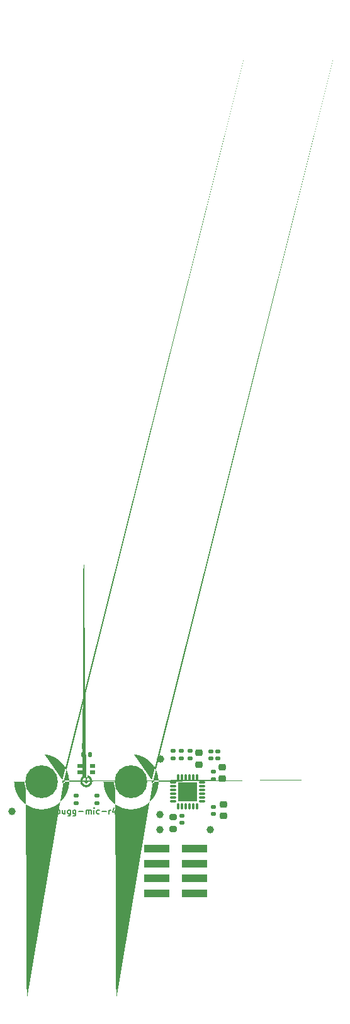
<source format=gbr>
%TF.GenerationSoftware,KiCad,Pcbnew,6.99.0-1.20221101gitf80c150.fc36*%
%TF.CreationDate,2022-11-28T17:43:38+00:00*%
%TF.ProjectId,bugg-mic-r4,62756767-2d6d-4696-932d-72342e6b6963,rev?*%
%TF.SameCoordinates,Original*%
%TF.FileFunction,Soldermask,Top*%
%TF.FilePolarity,Negative*%
%FSLAX46Y46*%
G04 Gerber Fmt 4.6, Leading zero omitted, Abs format (unit mm)*
G04 Created by KiCad (PCBNEW 6.99.0-1.20221101gitf80c150.fc36) date 2022-11-28 17:43:38*
%MOMM*%
%LPD*%
G01*
G04 APERTURE LIST*
G04 Aperture macros list*
%AMRoundRect*
0 Rectangle with rounded corners*
0 $1 Rounding radius*
0 $2 $3 $4 $5 $6 $7 $8 $9 X,Y pos of 4 corners*
0 Add a 4 corners polygon primitive as box body*
4,1,4,$2,$3,$4,$5,$6,$7,$8,$9,$2,$3,0*
0 Add four circle primitives for the rounded corners*
1,1,$1+$1,$2,$3*
1,1,$1+$1,$4,$5*
1,1,$1+$1,$6,$7*
1,1,$1+$1,$8,$9*
0 Add four rect primitives between the rounded corners*
20,1,$1+$1,$2,$3,$4,$5,0*
20,1,$1+$1,$4,$5,$6,$7,0*
20,1,$1+$1,$6,$7,$8,$9,0*
20,1,$1+$1,$8,$9,$2,$3,0*%
%AMFreePoly0*
4,1,111,-2.563245,3.679731,-2.180727,3.619146,-1.806637,3.518909,-1.445074,3.380118,-1.100000,3.204294,-0.775195,2.993363,-0.474217,2.749636,-0.200364,2.475783,0.043363,2.174805,0.254294,1.850000,0.430118,1.504926,0.568909,1.143363,0.669146,0.769273,0.729731,0.386755,0.750000,0.000000,0.729731,-0.386755,0.669146,-0.769273,0.568909,-1.143363,0.430118,-1.504926,0.254294,-1.850000,
0.043363,-2.174805,-0.200364,-2.475783,-0.474217,-2.749636,-0.775195,-2.993363,-1.100000,-3.204294,-1.445074,-3.380118,-1.806637,-3.518909,-2.180727,-3.619146,-2.563245,-3.679731,-2.950000,-3.700000,-3.336755,-3.679731,-3.719273,-3.619146,-4.093363,-3.518909,-4.454926,-3.380118,-4.800000,-3.204294,-5.124805,-2.993363,-5.425783,-2.749636,-5.699636,-2.475783,-5.943363,-2.174805,-6.154294,-1.850000,
-6.330118,-1.504926,-6.468909,-1.143363,-6.569146,-0.769273,-6.629731,-0.386755,-6.650000,0.000000,-5.254935,0.000000,-5.235216,-0.300854,-5.176396,-0.596561,-5.079482,-0.882060,-4.946132,-1.152468,-4.778628,-1.403156,-4.579835,-1.629835,-4.353156,-1.828628,-4.102468,-1.996132,-3.832060,-2.129482,-3.546561,-2.226396,-3.250854,-2.285216,-2.950000,-2.304935,-2.649146,-2.285216,-2.353439,-2.226396,
-2.067940,-2.129482,-1.797532,-1.996132,-1.546844,-1.828628,-1.320165,-1.629835,-1.121372,-1.403156,-0.953868,-1.152468,-0.820518,-0.882060,-0.723604,-0.596561,-0.664784,-0.300854,-0.645065,0.000000,-0.664784,0.300854,-0.723604,0.596561,-0.820518,0.882060,-0.953868,1.152467,-1.121372,1.403156,-1.320165,1.629835,-1.546844,1.828628,-1.797532,1.996132,-2.067940,2.129482,-2.353439,2.226396,
-2.649146,2.285216,-2.950000,2.304935,-3.250854,2.285216,-3.546561,2.226396,-3.832060,2.129482,-4.102467,1.996132,-4.353156,1.828628,-4.579835,1.629835,-4.778628,1.403156,-4.946132,1.152467,-5.079482,0.882060,-5.176396,0.596561,-5.235216,0.300854,-5.254935,0.000000,-6.650000,0.000000,-6.629731,0.386755,-6.569146,0.769273,-6.468909,1.143363,-6.330118,1.504926,-6.154294,1.850000,
-5.943363,2.174805,-5.699636,2.475783,-5.425783,2.749636,-5.124805,2.993363,-4.800000,3.204294,-4.454926,3.380118,-4.093363,3.518909,-3.719273,3.619146,-3.336755,3.679731,-2.950000,3.700000,-2.563245,3.679731,-2.563245,3.679731,$1*%
%AMFreePoly1*
4,1,53,0.180798,1.454629,0.352531,1.394537,0.506585,1.297738,0.635238,1.169085,0.732037,1.015031,0.792129,0.843298,0.812500,0.662500,0.792129,0.481702,0.732037,0.309969,0.635238,0.155915,0.506585,0.027262,0.352531,-0.069537,0.180798,-0.129629,0.000000,-0.150000,-0.180798,-0.129629,-0.352531,-0.069537,-0.506585,0.027262,-0.635238,0.155915,-0.732037,0.309969,-0.792129,0.481702,
-0.812500,0.662500,-0.517770,0.662500,-0.496797,0.516627,-0.435576,0.382572,-0.339067,0.271196,-0.215089,0.191520,-0.073686,0.150000,0.073686,0.150000,0.215089,0.191520,0.339067,0.271196,0.435576,0.382572,0.496797,0.516627,0.517770,0.662500,0.496797,0.808373,0.435576,0.942428,0.339067,1.053804,0.215089,1.133480,0.073686,1.175000,-0.073686,1.175000,-0.215089,1.133480,
-0.339067,1.053804,-0.435576,0.942428,-0.496797,0.808373,-0.517770,0.662500,-0.812500,0.662500,-0.792129,0.843298,-0.732037,1.015031,-0.635238,1.169085,-0.506585,1.297738,-0.352531,1.394537,-0.180798,1.454629,0.000000,1.475000,0.180798,1.454629,0.180798,1.454629,$1*%
G04 Aperture macros list end*
%ADD10C,0.150000*%
%ADD11RoundRect,0.140000X-0.170000X0.140000X-0.170000X-0.140000X0.170000X-0.140000X0.170000X0.140000X0*%
%ADD12C,1.000000*%
%ADD13RoundRect,0.225000X-0.250000X0.225000X-0.250000X-0.225000X0.250000X-0.225000X0.250000X0.225000X0*%
%ADD14RoundRect,0.140000X0.170000X-0.140000X0.170000X0.140000X-0.170000X0.140000X-0.170000X-0.140000X0*%
%ADD15C,4.400000*%
%ADD16FreePoly0,0.000000*%
%ADD17RoundRect,0.135000X-0.185000X0.135000X-0.185000X-0.135000X0.185000X-0.135000X0.185000X0.135000X0*%
%ADD18R,3.500000X1.000000*%
%ADD19RoundRect,0.075000X-0.075000X0.350000X-0.075000X-0.350000X0.075000X-0.350000X0.075000X0.350000X0*%
%ADD20RoundRect,0.075000X-0.350000X0.075000X-0.350000X-0.075000X0.350000X-0.075000X0.350000X0.075000X0*%
%ADD21R,2.650000X2.650000*%
%ADD22C,0.500000*%
%ADD23R,0.725000X0.522000*%
%ADD24FreePoly1,0.000000*%
%ADD25RoundRect,0.200000X-0.275000X0.200000X-0.275000X-0.200000X0.275000X-0.200000X0.275000X0.200000X0*%
%ADD26RoundRect,0.140000X0.140000X0.170000X-0.140000X0.170000X-0.140000X-0.170000X0.140000X-0.170000X0*%
G04 APERTURE END LIST*
D10*
X-3942857Y-4343904D02*
X-3942857Y-3543904D01*
X-3942857Y-3848666D02*
X-3866667Y-3810571D01*
X-3866667Y-3810571D02*
X-3714286Y-3810571D01*
X-3714286Y-3810571D02*
X-3638095Y-3848666D01*
X-3638095Y-3848666D02*
X-3600000Y-3886761D01*
X-3600000Y-3886761D02*
X-3561905Y-3962952D01*
X-3561905Y-3962952D02*
X-3561905Y-4191523D01*
X-3561905Y-4191523D02*
X-3600000Y-4267714D01*
X-3600000Y-4267714D02*
X-3638095Y-4305809D01*
X-3638095Y-4305809D02*
X-3714286Y-4343904D01*
X-3714286Y-4343904D02*
X-3866667Y-4343904D01*
X-3866667Y-4343904D02*
X-3942857Y-4305809D01*
X-2876190Y-3810571D02*
X-2876190Y-4343904D01*
X-3219047Y-3810571D02*
X-3219047Y-4229619D01*
X-3219047Y-4229619D02*
X-3180952Y-4305809D01*
X-3180952Y-4305809D02*
X-3104762Y-4343904D01*
X-3104762Y-4343904D02*
X-2990476Y-4343904D01*
X-2990476Y-4343904D02*
X-2914285Y-4305809D01*
X-2914285Y-4305809D02*
X-2876190Y-4267714D01*
X-2152380Y-3810571D02*
X-2152380Y-4458190D01*
X-2152380Y-4458190D02*
X-2190475Y-4534380D01*
X-2190475Y-4534380D02*
X-2228571Y-4572476D01*
X-2228571Y-4572476D02*
X-2304761Y-4610571D01*
X-2304761Y-4610571D02*
X-2419047Y-4610571D01*
X-2419047Y-4610571D02*
X-2495237Y-4572476D01*
X-2152380Y-4305809D02*
X-2228571Y-4343904D01*
X-2228571Y-4343904D02*
X-2380952Y-4343904D01*
X-2380952Y-4343904D02*
X-2457142Y-4305809D01*
X-2457142Y-4305809D02*
X-2495237Y-4267714D01*
X-2495237Y-4267714D02*
X-2533333Y-4191523D01*
X-2533333Y-4191523D02*
X-2533333Y-3962952D01*
X-2533333Y-3962952D02*
X-2495237Y-3886761D01*
X-2495237Y-3886761D02*
X-2457142Y-3848666D01*
X-2457142Y-3848666D02*
X-2380952Y-3810571D01*
X-2380952Y-3810571D02*
X-2228571Y-3810571D01*
X-2228571Y-3810571D02*
X-2152380Y-3848666D01*
X-1428570Y-3810571D02*
X-1428570Y-4458190D01*
X-1428570Y-4458190D02*
X-1466665Y-4534380D01*
X-1466665Y-4534380D02*
X-1504761Y-4572476D01*
X-1504761Y-4572476D02*
X-1580951Y-4610571D01*
X-1580951Y-4610571D02*
X-1695237Y-4610571D01*
X-1695237Y-4610571D02*
X-1771427Y-4572476D01*
X-1428570Y-4305809D02*
X-1504761Y-4343904D01*
X-1504761Y-4343904D02*
X-1657142Y-4343904D01*
X-1657142Y-4343904D02*
X-1733332Y-4305809D01*
X-1733332Y-4305809D02*
X-1771427Y-4267714D01*
X-1771427Y-4267714D02*
X-1809523Y-4191523D01*
X-1809523Y-4191523D02*
X-1809523Y-3962952D01*
X-1809523Y-3962952D02*
X-1771427Y-3886761D01*
X-1771427Y-3886761D02*
X-1733332Y-3848666D01*
X-1733332Y-3848666D02*
X-1657142Y-3810571D01*
X-1657142Y-3810571D02*
X-1504761Y-3810571D01*
X-1504761Y-3810571D02*
X-1428570Y-3848666D01*
X-1047617Y-4039142D02*
X-438094Y-4039142D01*
X-57141Y-4343904D02*
X-57141Y-3810571D01*
X-57141Y-3886761D02*
X-19046Y-3848666D01*
X-19046Y-3848666D02*
X57143Y-3810571D01*
X57143Y-3810571D02*
X171429Y-3810571D01*
X171429Y-3810571D02*
X247620Y-3848666D01*
X247620Y-3848666D02*
X285715Y-3924857D01*
X285715Y-3924857D02*
X285715Y-4343904D01*
X285715Y-3924857D02*
X323810Y-3848666D01*
X323810Y-3848666D02*
X400001Y-3810571D01*
X400001Y-3810571D02*
X514286Y-3810571D01*
X514286Y-3810571D02*
X590477Y-3848666D01*
X590477Y-3848666D02*
X628572Y-3924857D01*
X628572Y-3924857D02*
X628572Y-4343904D01*
X1009525Y-4343904D02*
X1009525Y-3810571D01*
X1009525Y-3543904D02*
X971429Y-3582000D01*
X971429Y-3582000D02*
X1009525Y-3620095D01*
X1009525Y-3620095D02*
X1047620Y-3582000D01*
X1047620Y-3582000D02*
X1009525Y-3543904D01*
X1009525Y-3543904D02*
X1009525Y-3620095D01*
X1733334Y-4305809D02*
X1657143Y-4343904D01*
X1657143Y-4343904D02*
X1504762Y-4343904D01*
X1504762Y-4343904D02*
X1428572Y-4305809D01*
X1428572Y-4305809D02*
X1390477Y-4267714D01*
X1390477Y-4267714D02*
X1352381Y-4191523D01*
X1352381Y-4191523D02*
X1352381Y-3962952D01*
X1352381Y-3962952D02*
X1390477Y-3886761D01*
X1390477Y-3886761D02*
X1428572Y-3848666D01*
X1428572Y-3848666D02*
X1504762Y-3810571D01*
X1504762Y-3810571D02*
X1657143Y-3810571D01*
X1657143Y-3810571D02*
X1733334Y-3848666D01*
X2076191Y-4039142D02*
X2685715Y-4039142D01*
X3066667Y-4343904D02*
X3066667Y-3810571D01*
X3066667Y-3962952D02*
X3104762Y-3886761D01*
X3104762Y-3886761D02*
X3142857Y-3848666D01*
X3142857Y-3848666D02*
X3219048Y-3810571D01*
X3219048Y-3810571D02*
X3295238Y-3810571D01*
X3904762Y-3810571D02*
X3904762Y-4343904D01*
X3714286Y-3505809D02*
X3523809Y-4077238D01*
X3523809Y-4077238D02*
X4019048Y-4077238D01*
D11*
%TO.C,C303*%
X12800000Y4080000D03*
X12800000Y3120000D03*
%TD*%
%TO.C,C309*%
X17100000Y1305000D03*
X17100000Y345000D03*
%TD*%
D12*
%TO.C,TP303*%
X16660284Y-6485377D03*
%TD*%
D13*
%TO.C,C304*%
X15160000Y3835000D03*
X15160000Y2285000D03*
%TD*%
D11*
%TO.C,C311*%
X17050000Y-3420000D03*
X17050000Y-4380000D03*
%TD*%
D12*
%TO.C,TP302*%
X9900000Y-6500000D03*
%TD*%
D13*
%TO.C,C310*%
X18400000Y-3075000D03*
X18400000Y-4625000D03*
%TD*%
D14*
%TO.C,C312*%
X12850000Y-5530000D03*
X12850000Y-4570000D03*
%TD*%
D11*
%TO.C,C307*%
X16760000Y4065000D03*
X16760000Y3105000D03*
%TD*%
D15*
%TO.C,SP302*%
X6000000Y0D03*
D16*
X8950000Y0D03*
%TD*%
D17*
%TO.C,R302*%
X1400000Y-1890000D03*
X1400000Y-2910000D03*
%TD*%
D18*
%TO.C,J301*%
X9499999Y-8999999D03*
X14499999Y-8999999D03*
X9499999Y-10999999D03*
X14499999Y-10999999D03*
X9499999Y-12999999D03*
X14499999Y-12999999D03*
X9499999Y-14999999D03*
X14499999Y-14999999D03*
%TD*%
D17*
%TO.C,R301*%
X-1350000Y-1890000D03*
X-1350000Y-2910000D03*
%TD*%
D19*
%TO.C,U301*%
X14850000Y550000D03*
X14350000Y550000D03*
X13850000Y550000D03*
X13350000Y550000D03*
X12850000Y550000D03*
X12350000Y550000D03*
D20*
X11650000Y-150000D03*
X11650000Y-650000D03*
X11650000Y-1150000D03*
X11650000Y-1650000D03*
X11650000Y-2150000D03*
X11650000Y-2650000D03*
D19*
X12350000Y-3350000D03*
X12850000Y-3350000D03*
X13350000Y-3350000D03*
X13850000Y-3350000D03*
X14350000Y-3350000D03*
X14850000Y-3350000D03*
D20*
X15550000Y-2650000D03*
X15550000Y-2150000D03*
X15550000Y-1650000D03*
X15550000Y-1150000D03*
X15550000Y-650000D03*
X15550000Y-150000D03*
D21*
X13599999Y-1399999D03*
%TD*%
D15*
%TO.C,SP301*%
X-6000000Y0D03*
D16*
X-3050000Y0D03*
%TD*%
D11*
%TO.C,C306*%
X17700000Y4065000D03*
X17700000Y3105000D03*
%TD*%
D12*
%TO.C,FID302*%
X-10000000Y-4000000D03*
%TD*%
D11*
%TO.C,C302*%
X11700000Y4080000D03*
X11700000Y3120000D03*
%TD*%
D12*
%TO.C,FID301*%
X10000000Y3000000D03*
%TD*%
D22*
%TO.C,MIC301*%
X0Y0D03*
D23*
X-837499Y2073999D03*
X-837499Y1251999D03*
D24*
X0Y-662500D03*
D23*
X837499Y1251999D03*
X837499Y2073999D03*
%TD*%
D25*
%TO.C,R303*%
X11650000Y-4775000D03*
X11650000Y-6425000D03*
%TD*%
D12*
%TO.C,TP301*%
X9900000Y-4450000D03*
%TD*%
D13*
%TO.C,C308*%
X18300000Y1900000D03*
X18300000Y350000D03*
%TD*%
D11*
%TO.C,C305*%
X13925000Y4080000D03*
X13925000Y3120000D03*
%TD*%
D26*
%TO.C,C301*%
X480000Y3600000D03*
X-480000Y3600000D03*
%TD*%
M02*

</source>
